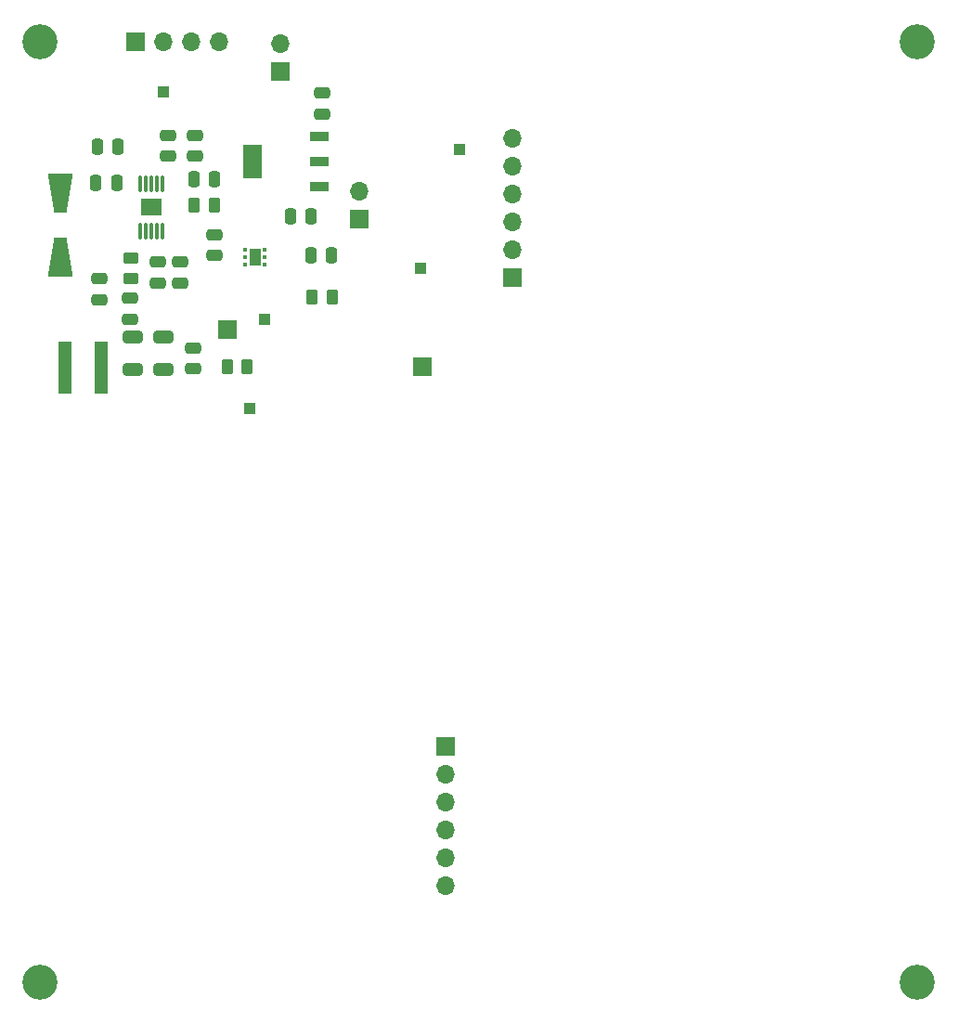
<source format=gbr>
%TF.GenerationSoftware,KiCad,Pcbnew,8.0.8+dfsg-1*%
%TF.CreationDate,2025-08-13T01:43:47+05:30*%
%TF.ProjectId,sanket,73616e6b-6574-42e6-9b69-6361645f7063,6*%
%TF.SameCoordinates,Original*%
%TF.FileFunction,Soldermask,Bot*%
%TF.FilePolarity,Negative*%
%FSLAX46Y46*%
G04 Gerber Fmt 4.6, Leading zero omitted, Abs format (unit mm)*
G04 Created by KiCad (PCBNEW 8.0.8+dfsg-1) date 2025-08-13 01:43:47*
%MOMM*%
%LPD*%
G01*
G04 APERTURE LIST*
G04 Aperture macros list*
%AMRoundRect*
0 Rectangle with rounded corners*
0 $1 Rounding radius*
0 $2 $3 $4 $5 $6 $7 $8 $9 X,Y pos of 4 corners*
0 Add a 4 corners polygon primitive as box body*
4,1,4,$2,$3,$4,$5,$6,$7,$8,$9,$2,$3,0*
0 Add four circle primitives for the rounded corners*
1,1,$1+$1,$2,$3*
1,1,$1+$1,$4,$5*
1,1,$1+$1,$6,$7*
1,1,$1+$1,$8,$9*
0 Add four rect primitives between the rounded corners*
20,1,$1+$1,$2,$3,$4,$5,0*
20,1,$1+$1,$4,$5,$6,$7,0*
20,1,$1+$1,$6,$7,$8,$9,0*
20,1,$1+$1,$8,$9,$2,$3,0*%
%AMOutline4P*
0 Free polygon, 4 corners , with rotation*
0 The origin of the aperture is its center*
0 number of corners: always 4*
0 $1 to $8 corner X, Y*
0 $9 Rotation angle, in degrees counterclockwise*
0 create outline with 4 corners*
4,1,4,$1,$2,$3,$4,$5,$6,$7,$8,$1,$2,$9*%
G04 Aperture macros list end*
%ADD10R,1.000000X1.000000*%
%ADD11R,1.700000X1.700000*%
%ADD12O,1.700000X1.700000*%
%ADD13C,3.200000*%
%ADD14RoundRect,0.250000X0.475000X-0.250000X0.475000X0.250000X-0.475000X0.250000X-0.475000X-0.250000X0*%
%ADD15RoundRect,0.093750X0.093750X0.106250X-0.093750X0.106250X-0.093750X-0.106250X0.093750X-0.106250X0*%
%ADD16R,1.000000X1.600000*%
%ADD17R,1.761200X0.850800*%
%ADD18R,1.761200X3.150799*%
%ADD19RoundRect,0.250000X-0.475000X0.250000X-0.475000X-0.250000X0.475000X-0.250000X0.475000X0.250000X0*%
%ADD20R,1.300000X4.800000*%
%ADD21RoundRect,0.250000X-0.650000X0.325000X-0.650000X-0.325000X0.650000X-0.325000X0.650000X0.325000X0*%
%ADD22Outline4P,-1.800000X-1.150000X1.800000X-0.550000X1.800000X0.550000X-1.800000X1.150000X90.000000*%
%ADD23Outline4P,-1.800000X-1.150000X1.800000X-0.550000X1.800000X0.550000X-1.800000X1.150000X270.000000*%
%ADD24RoundRect,0.250000X-0.250000X-0.475000X0.250000X-0.475000X0.250000X0.475000X-0.250000X0.475000X0*%
%ADD25RoundRect,0.250000X0.250000X0.475000X-0.250000X0.475000X-0.250000X-0.475000X0.250000X-0.475000X0*%
%ADD26RoundRect,0.075000X-0.075000X0.650000X-0.075000X-0.650000X0.075000X-0.650000X0.075000X0.650000X0*%
%ADD27R,1.880000X1.570000*%
%ADD28RoundRect,0.250000X-0.262500X-0.450000X0.262500X-0.450000X0.262500X0.450000X-0.262500X0.450000X0*%
%ADD29RoundRect,0.250000X-0.450000X0.262500X-0.450000X-0.262500X0.450000X-0.262500X0.450000X0.262500X0*%
G04 APERTURE END LIST*
D10*
%TO.C,TP4*%
X121383100Y-87826600D03*
%TD*%
%TO.C,TP1*%
X140483900Y-64204600D03*
%TD*%
D11*
%TO.C,J6*%
X145361100Y-75853600D03*
D12*
X145361100Y-73313600D03*
X145361100Y-70773600D03*
X145361100Y-68233600D03*
X145361100Y-65693600D03*
X145361100Y-63153600D03*
%TD*%
D10*
%TO.C,TP3*%
X122780100Y-79698600D03*
%TD*%
D13*
%TO.C,H3*%
X182306100Y-140098600D03*
%TD*%
%TO.C,H1*%
X102296100Y-54368600D03*
%TD*%
%TO.C,H4*%
X102296100Y-140098600D03*
%TD*%
%TO.C,H2*%
X182306100Y-54368600D03*
%TD*%
D10*
%TO.C,TP5*%
X137004100Y-74999600D03*
%TD*%
D11*
%TO.C,J3*%
X139240300Y-118616229D03*
D12*
X139240300Y-121156229D03*
X139240300Y-123696229D03*
X139240300Y-126236229D03*
X139240300Y-128776229D03*
X139240300Y-131316229D03*
%TD*%
D11*
%TO.C,J1*%
X124177100Y-57092600D03*
D12*
X124177100Y-54552600D03*
%TD*%
D10*
%TO.C,TP2*%
X113551100Y-58898600D03*
%TD*%
D14*
%TO.C,C6*%
X110461100Y-79632599D03*
X110461100Y-77732601D03*
%TD*%
D15*
%TO.C,U4*%
X122778600Y-73346600D03*
X122778600Y-73996600D03*
X122778600Y-74646600D03*
X121003600Y-74646600D03*
X121003600Y-73996600D03*
X121003600Y-73346600D03*
D16*
X121891100Y-73996600D03*
%TD*%
D11*
%TO.C,J2*%
X131389100Y-70554600D03*
D12*
X131389100Y-68014600D03*
%TD*%
D17*
%TO.C,U1*%
X127710100Y-62984101D03*
X127710100Y-65284101D03*
X127710100Y-67584101D03*
D18*
X121660100Y-65284101D03*
%TD*%
D19*
%TO.C,R7*%
X113908146Y-62898600D03*
X113908146Y-64798600D03*
%TD*%
D20*
%TO.C,L1*%
X104527629Y-84065429D03*
X107877629Y-84065429D03*
%TD*%
D21*
%TO.C,C10*%
X110715100Y-81271599D03*
X110715100Y-84221601D03*
%TD*%
D19*
%TO.C,R15*%
X113001100Y-74430601D03*
X113001100Y-76330599D03*
%TD*%
D22*
%TO.C,D1*%
X104111100Y-73962600D03*
D23*
X104111100Y-68162600D03*
%TD*%
D11*
%TO.C,J5*%
X110941100Y-54368600D03*
D12*
X113481100Y-54368600D03*
X116021100Y-54368600D03*
X118561100Y-54368600D03*
%TD*%
D14*
%TO.C,R14*%
X115033100Y-76330600D03*
X115033100Y-74430600D03*
%TD*%
D24*
%TO.C,R4*%
X125106700Y-70249800D03*
X127006700Y-70249800D03*
%TD*%
D19*
%TO.C,C12*%
X118131900Y-71926200D03*
X118131900Y-73826200D03*
%TD*%
D25*
%TO.C,C7*%
X128876100Y-73857600D03*
X126976100Y-73857600D03*
%TD*%
D26*
%TO.C,U3*%
X111408146Y-67298600D03*
X111908146Y-67298600D03*
X112408146Y-67298600D03*
X112908146Y-67298600D03*
X113408146Y-67298600D03*
X113408146Y-71598600D03*
X112908146Y-71598600D03*
X112408146Y-71598600D03*
X111908146Y-71598600D03*
X111408146Y-71598600D03*
D27*
X112408146Y-69448600D03*
%TD*%
D28*
%TO.C,R9*%
X116348995Y-69282929D03*
X118173995Y-69282929D03*
%TD*%
D11*
%TO.C,J4*%
X137131100Y-84016600D03*
%TD*%
D25*
%TO.C,C4*%
X118211495Y-66878378D03*
X116311495Y-66878378D03*
%TD*%
D21*
%TO.C,C9*%
X113509100Y-81271599D03*
X113509100Y-84221601D03*
%TD*%
D24*
%TO.C,C3*%
X107494300Y-63899800D03*
X109394300Y-63899800D03*
%TD*%
D14*
%TO.C,R3*%
X127987100Y-60938199D03*
X127987100Y-59038201D03*
%TD*%
D19*
%TO.C,C11*%
X116212318Y-82271446D03*
X116212318Y-84171444D03*
%TD*%
D14*
%TO.C,R8*%
X116408146Y-64798600D03*
X116408146Y-62898600D03*
%TD*%
D11*
%TO.C,J7*%
X119351100Y-80587600D03*
%TD*%
D28*
%TO.C,R13*%
X119327600Y-84016600D03*
X121152600Y-84016600D03*
%TD*%
D25*
%TO.C,C8*%
X109252100Y-67252600D03*
X107352100Y-67252600D03*
%TD*%
D14*
%TO.C,C5*%
X107667100Y-77854599D03*
X107667100Y-75954601D03*
%TD*%
D28*
%TO.C,R12*%
X127074600Y-77666600D03*
X128899600Y-77666600D03*
%TD*%
D29*
%TO.C,R10*%
X110514174Y-74114248D03*
X110514174Y-75939248D03*
%TD*%
M02*

</source>
